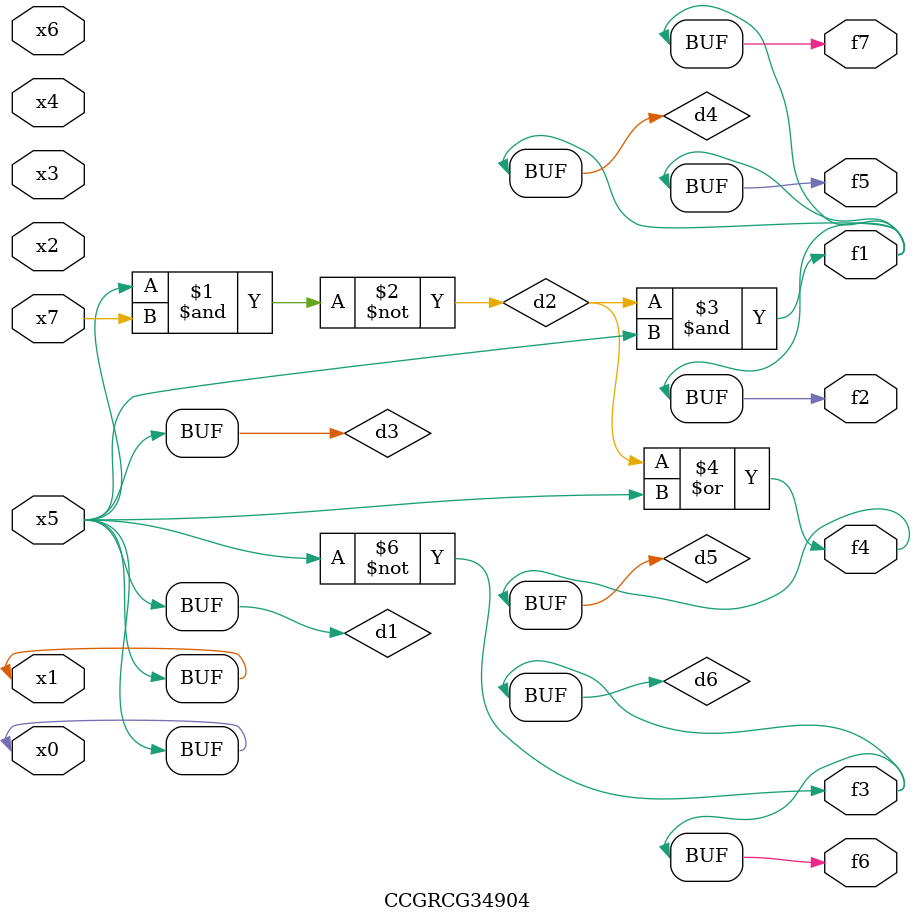
<source format=v>
module CCGRCG34904(
	input x0, x1, x2, x3, x4, x5, x6, x7,
	output f1, f2, f3, f4, f5, f6, f7
);

	wire d1, d2, d3, d4, d5, d6;

	buf (d1, x0, x5);
	nand (d2, x5, x7);
	buf (d3, x0, x1);
	and (d4, d2, d3);
	or (d5, d2, d3);
	nor (d6, d1, d3);
	assign f1 = d4;
	assign f2 = d4;
	assign f3 = d6;
	assign f4 = d5;
	assign f5 = d4;
	assign f6 = d6;
	assign f7 = d4;
endmodule

</source>
